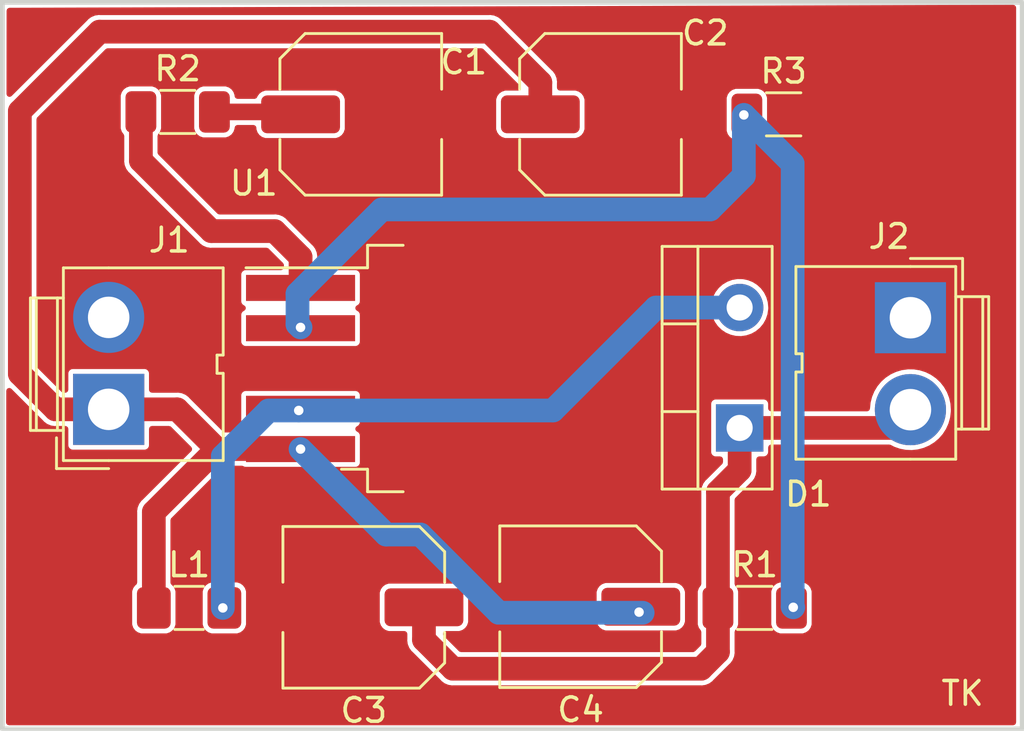
<source format=kicad_pcb>
(kicad_pcb (version 20211014) (generator pcbnew)
  (layers (0 "F.Cu" signal) (31 "B.Cu" signal) (34 "B.Paste" user) (35 "F.Paste" user) (36 "B.SilkS" user "B.Silkscreen") (37 "F.SilkS" user "F.Silkscreen") (38 "B.Mask" user) (39 "F.Mask" user) (44 "Edge.Cuts" user))
  (net 0 "")
  (net 1 "Net-(C1-Pad1)")
  (net 2 "GND")
  (net 3 "Net-(C2-Pad1)")
  (net 4 "Net-(C3-Pad1)")
  (net 5 "Net-(D1-Pad2)")
  (net 6 "Net-(R1-Pad2)")
  (net 7 "Net-(R2-Pad1)")
  (footprint "Resistor_SMD:R_1206_3216Metric_Pad1.30x1.75mm_HandSolder" (layer "F.Cu") (at 117.9068 76.581)
    (fp_text reference "R2" (at 0 -1.82) (layer "F.SilkS"))
    (fp_text value "3K")
    (fp_line (start -0.727064 0.91) (end 0.727064 0.91) (layer "F.SilkS") (width 0.12))
    (fp_line (start -0.727064 -0.91) (end 0.727064 -0.91) (layer "F.SilkS") (width 0.12))
    (pad "1" smd roundrect (at -1.55 0) (size 1.3 1.75) (layers "F.Cu" "F.Paste" "F.Mask") (roundrect_rratio 0.1923076923) (net 7 "Net-(R2-Pad1)"))
    (pad "2" smd roundrect (at 1.55 0) (size 1.3 1.75) (layers "F.Cu" "F.Paste" "F.Mask") (roundrect_rratio 0.1923076923) (net 1 "Net-(C1-Pad1)"))
  )
  (footprint "Capacitor_SMD:C_Elec_6.3x5.8" (layer "F.Cu") (at 125.7554 97.4852 180)
    (fp_text reference "C3" (at 0 -4.35) (layer "F.SilkS"))
    (fp_text value "1200uF")
    (fp_line (start 3.41 -3.41) (end 3.41 -1.06) (layer "F.SilkS") (width 0.12))
    (fp_line (start -2.345563 3.41) (end 3.41 3.41) (layer "F.SilkS") (width 0.12))
    (fp_line (start -3.41 -2.345563) (end -2.345563 -3.41) (layer "F.SilkS") (width 0.12))
    (fp_line (start -3.41 2.345563) (end -3.41 1.06) (layer "F.SilkS") (width 0.12))
    (fp_line (start -3.41 -2.345563) (end -3.41 -1.06) (layer "F.SilkS") (width 0.12))
    (fp_line (start -3.41 2.345563) (end -2.345563 3.41) (layer "F.SilkS") (width 0.12))
    (fp_line (start -2.345563 -3.41) (end 3.41 -3.41) (layer "F.SilkS") (width 0.12))
    (fp_line (start 3.41 3.41) (end 3.41 1.06) (layer "F.SilkS") (width 0.12))
    (pad "1" smd roundrect (at -2.5375 0 180) (size 3.325 1.6) (layers "F.Cu" "F.Paste" "F.Mask") (roundrect_rratio 0.15625) (net 4 "Net-(C3-Pad1)"))
    (pad "2" smd roundrect (at 2.5375 0 180) (size 3.325 1.6) (layers "F.Cu" "F.Paste" "F.Mask") (roundrect_rratio 0.15625) (net 2 "GND"))
  )
  (footprint "Connector:JWT_A3963_1x02_P3.96mm_Vertical" (layer "F.Cu") (at 114.9978 89.1311 90)
    (fp_text reference "J1" (at 7.1399 2.5534 180) (layer "F.SilkS"))
    (fp_text value "IN")
    (fp_line (start -0.89 -1.91) (end -0.89 -3.3) (layer "F.SilkS") (width 0.12))
    (fp_line (start 5.97 4.83) (end 5.97 0) (layer "F.SilkS") (width 0.12))
    (fp_line (start 1.52 4.83) (end 1.52 4.57) (layer "F.SilkS") (width 0.12))
    (fp_line (start -2.16 -1.91) (end -2.16 0) (layer "F.SilkS") (width 0.12))
    (fp_line (start -0.89 -3.3) (end 4.7 -3.3) (layer "F.SilkS") (width 0.12))
    (fp_line (start 1.52 4.83) (end -2.16 4.83) (layer "F.SilkS") (width 0.12))
    (fp_line (start 5.97 -1.91) (end 5.97 0) (layer "F.SilkS") (width 0.12))
    (fp_line (start 1.52 4.57) (end 2.29 4.57) (layer "F.SilkS") (width 0.12))
    (fp_line (start 2.29 4.57) (end 2.29 4.83) (layer "F.SilkS") (width 0.12))
    (fp_line (start -2.16 -1.91) (end 5.97 -1.91) (layer "F.SilkS") (width 0.12))
    (fp_line (start 4.7 -1.91) (end 4.7 -3.3) (layer "F.SilkS") (width 0.12))
    (fp_line (start -2.5 -2.2) (end -2.5 0) (layer "F.SilkS") (width 0.12))
    (fp_line (start -1.2 -2.2) (end -2.5 -2.2) (layer "F.SilkS") (width 0.12))
    (fp_line (start 2.29 4.83) (end 5.97 4.83) (layer "F.SilkS") (width 0.12))
    (fp_line (start -2.16 0) (end -2.16 4.83) (layer "F.SilkS") (width 0.12))
    (fp_line (start -0.89 -3.05) (end 4.7 -3.05) (layer "F.SilkS") (width 0.12))
    (fp_line (start -0.89 -2.16) (end 4.7 -2.16) (layer "F.SilkS") (width 0.12))
    (pad "1" thru_hole rect (at 0 0 90) (size 3 3) (drill 1.75) (layers *.Cu *.Mask) (net 3 "Net-(C2-Pad1)"))
    (pad "2" thru_hole circle (at 3.88 0 90) (size 3 3) (drill 1.75) (layers *.Cu *.Mask) (net 2 "GND"))
  )
  (footprint "Resistor_SMD:R_1206_3216Metric_Pad1.30x1.75mm_HandSolder" (layer "F.Cu") (at 142.24 97.5106)
    (fp_text reference "R1" (at 0 -1.82) (layer "F.SilkS"))
    (fp_text value "75.7K")
    (fp_line (start -0.727064 0.91) (end 0.727064 0.91) (layer "F.SilkS") (width 0.12))
    (fp_line (start -0.727064 -0.91) (end 0.727064 -0.91) (layer "F.SilkS") (width 0.12))
    (pad "1" smd roundrect (at -1.55 0) (size 1.3 1.75) (layers "F.Cu" "F.Paste" "F.Mask") (roundrect_rratio 0.1923076923) (net 4 "Net-(C3-Pad1)"))
    (pad "2" smd roundrect (at 1.55 0) (size 1.3 1.75) (layers "F.Cu" "F.Paste" "F.Mask") (roundrect_rratio 0.1923076923) (net 6 "Net-(R1-Pad2)"))
  )
  (footprint "Connector:JWT_A3963_1x02_P3.96mm_Vertical" (layer "F.Cu") (at 148.8066 85.2653 -90)
    (fp_text reference "J2" (at -3.4265 0.9024 180) (layer "F.SilkS"))
    (fp_text value "OUT")
    (fp_line (start 2.29 4.83) (end 5.97 4.83) (layer "F.SilkS") (width 0.12))
    (fp_line (start 5.97 -1.91) (end 5.97 0) (layer "F.SilkS") (width 0.12))
    (fp_line (start 4.7 -1.91) (end 4.7 -3.3) (layer "F.SilkS") (width 0.12))
    (fp_line (start -0.89 -3.05) (end 4.7 -3.05) (layer "F.SilkS") (width 0.12))
    (fp_line (start -2.16 0) (end -2.16 4.83) (layer "F.SilkS") (width 0.12))
    (fp_line (start 1.52 4.83) (end -2.16 4.83) (layer "F.SilkS") (width 0.12))
    (fp_line (start -0.89 -3.3) (end 4.7 -3.3) (layer "F.SilkS") (width 0.12))
    (fp_line (start -2.5 -2.2) (end -2.5 0) (layer "F.SilkS") (width 0.12))
    (fp_line (start 1.52 4.83) (end 1.52 4.57) (layer "F.SilkS") (width 0.12))
    (fp_line (start -0.89 -2.16) (end 4.7 -2.16) (layer "F.SilkS") (width 0.12))
    (fp_line (start 1.52 4.57) (end 2.29 4.57) (layer "F.SilkS") (width 0.12))
    (fp_line (start -1.2 -2.2) (end -2.5 -2.2) (layer "F.SilkS") (width 0.12))
    (fp_line (start 5.97 4.83) (end 5.97 0) (layer "F.SilkS") (width 0.12))
    (fp_line (start 2.29 4.57) (end 2.29 4.83) (layer "F.SilkS") (width 0.12))
    (fp_line (start -2.16 -1.91) (end 5.97 -1.91) (layer "F.SilkS") (width 0.12))
    (fp_line (start -2.16 -1.91) (end -2.16 0) (layer "F.SilkS") (width 0.12))
    (fp_line (start -0.89 -1.91) (end -0.89 -3.3) (layer "F.SilkS") (width 0.12))
    (pad "1" thru_hole rect (at 0 0 270) (size 3 3) (drill 1.75) (layers *.Cu *.Mask) (net 2 "GND"))
    (pad "2" thru_hole circle (at 3.88 0 270) (size 3 3) (drill 1.75) (layers *.Cu *.Mask) (net 4 "Net-(C3-Pad1)"))
  )
  (footprint "Capacitor_SMD:C_Elec_6.3x5.8" (layer "F.Cu") (at 135.7376 76.6826)
    (fp_text reference "C2" (at 4.4196 -3.429) (layer "F.SilkS"))
    (fp_text value "56uF")
    (fp_line (start -3.41 2.345563) (end -3.41 1.06) (layer "F.SilkS") (width 0.12))
    (fp_line (start 3.41 -3.41) (end 3.41 -1.06) (layer "F.SilkS") (width 0.12))
    (fp_line (start -3.41 -2.345563) (end -3.41 -1.06) (layer "F.SilkS") (width 0.12))
    (fp_line (start -3.41 -2.345563) (end -2.345563 -3.41) (layer "F.SilkS") (width 0.12))
    (fp_line (start 3.41 3.41) (end 3.41 1.06) (layer "F.SilkS") (width 0.12))
    (fp_line (start -2.345563 3.41) (end 3.41 3.41) (layer "F.SilkS") (width 0.12))
    (fp_line (start -3.41 2.345563) (end -2.345563 3.41) (layer "F.SilkS") (width 0.12))
    (fp_line (start -2.345563 -3.41) (end 3.41 -3.41) (layer "F.SilkS") (width 0.12))
    (pad "1" smd roundrect (at -2.5375 0) (size 3.325 1.6) (layers "F.Cu" "F.Paste" "F.Mask") (roundrect_rratio 0.15625) (net 3 "Net-(C2-Pad1)"))
    (pad "2" smd roundrect (at 2.5375 0) (size 3.325 1.6) (layers "F.Cu" "F.Paste" "F.Mask") (roundrect_rratio 0.15625) (net 2 "GND"))
  )
  (footprint "Resistor_SMD:R_1206_3216Metric_Pad1.30x1.75mm_HandSolder" (layer "F.Cu") (at 143.4592 76.6826)
    (fp_text reference "R3" (at 0 -1.82) (layer "F.SilkS"))
    (fp_text value "2K")
    (fp_line (start -0.727064 -0.91) (end 0.727064 -0.91) (layer "F.SilkS") (width 0.12))
    (fp_line (start -0.727064 0.91) (end 0.727064 0.91) (layer "F.SilkS") (width 0.12))
    (pad "1" smd roundrect (at -1.55 0) (size 1.3 1.75) (layers "F.Cu" "F.Paste" "F.Mask") (roundrect_rratio 0.1923076923) (net 6 "Net-(R1-Pad2)"))
    (pad "2" smd roundrect (at 1.55 0) (size 1.3 1.75) (layers "F.Cu" "F.Paste" "F.Mask") (roundrect_rratio 0.1923076923) (net 2 "GND"))
  )
  (footprint "Capacitor_SMD:C_Elec_6.3x5.8" (layer "F.Cu") (at 134.8994 97.4598 180)
    (fp_text reference "C4" (at 0 -4.35) (layer "F.SilkS"))
    (fp_text value "0.1uF")
    (fp_line (start 3.41 -3.41) (end 3.41 -1.06) (layer "F.SilkS") (width 0.12))
    (fp_line (start -3.41 2.345563) (end -3.41 1.06) (layer "F.SilkS") (width 0.12))
    (fp_line (start -2.345563 -3.41) (end 3.41 -3.41) (layer "F.SilkS") (width 0.12))
    (fp_line (start -2.345563 3.41) (end 3.41 3.41) (layer "F.SilkS") (width 0.12))
    (fp_line (start -3.41 -2.345563) (end -2.345563 -3.41) (layer "F.SilkS") (width 0.12))
    (fp_line (start 3.41 3.41) (end 3.41 1.06) (layer "F.SilkS") (width 0.12))
    (fp_line (start -3.41 -2.345563) (end -3.41 -1.06) (layer "F.SilkS") (width 0.12))
    (fp_line (start -3.41 2.345563) (end -2.345563 3.41) (layer "F.SilkS") (width 0.12))
    (pad "1" smd roundrect (at -2.5375 0 180) (size 3.325 1.6) (layers "F.Cu" "F.Paste" "F.Mask") (roundrect_rratio 0.15625) (net 3 "Net-(C2-Pad1)"))
    (pad "2" smd roundrect (at 2.5375 0 180) (size 3.325 1.6) (layers "F.Cu" "F.Paste" "F.Mask") (roundrect_rratio 0.15625) (net 2 "GND"))
  )
  (footprint "Inductor_SMD:L_1206_3216Metric_Pad1.42x1.75mm_HandSolder" (layer "F.Cu") (at 118.3894 97.5106)
    (fp_text reference "L1" (at 0 -1.82) (layer "F.SilkS"))
    (fp_text value "150uH")
    (fp_line (start -0.602064 -0.91) (end 0.602064 -0.91) (layer "F.SilkS") (width 0.12))
    (fp_line (start -0.602064 0.91) (end 0.602064 0.91) (layer "F.SilkS") (width 0.12))
    (pad "1" smd roundrect (at -1.4875 0) (size 1.425 1.75) (layers "F.Cu" "F.Paste" "F.Mask") (roundrect_rratio 0.1754392982) (net 3 "Net-(C2-Pad1)"))
    (pad "2" smd roundrect (at 1.4875 0) (size 1.425 1.75) (layers "F.Cu" "F.Paste" "F.Mask") (roundrect_rratio 0.1754392982) (net 5 "Net-(D1-Pad2)"))
  )
  (footprint "Package_TO_SOT_SMD:TO-263-5_TabPin3" (layer "F.Cu") (at 128.8642 87.4078)
    (fp_text reference "U1" (at -7.747 -7.8184) (layer "F.SilkS"))
    (fp_text value "LM2587")
    (fp_line (start -1.45 -5.2) (end -2.95 -5.2) (layer "F.SilkS") (width 0.12))
    (fp_line (start -2.95 5.2) (end -2.95 4.25) (layer "F.SilkS") (width 0.12))
    (fp_line (start -1.45 5.2) (end -2.95 5.2) (layer "F.SilkS") (width 0.12))
    (fp_line (start -2.95 -4.25) (end -8.075 -4.25) (layer "F.SilkS") (width 0.12))
    (fp_line (start -2.95 -5.2) (end -2.95 -4.25) (layer "F.SilkS") (width 0.12))
    (fp_line (start -2.95 4.25) (end -4.05 4.25) (layer "F.SilkS") (width 0.12))
    (pad "1" smd rect (at -5.775 -3.4) (size 4.6 1.1) (layers "F.Cu" "F.Paste" "F.Mask") (net 7 "Net-(R2-Pad1)"))
    (pad "2" smd rect (at -5.775 -1.7) (size 4.6 1.1) (layers "F.Cu" "F.Paste" "F.Mask") (net 6 "Net-(R1-Pad2)"))
    (pad "3" smd rect (at 3.375 0) (size 9.4 10.8) (layers "F.Cu" "F.Mask") (net 2 "GND"))
    (pad "3" smd rect (at -5.775 0) (size 4.6 1.1) (layers "F.Cu" "F.Paste" "F.Mask") (net 2 "GND"))
    (pad "4" smd rect (at -5.775 1.7) (size 4.6 1.1) (layers "F.Cu" "F.Paste" "F.Mask") (net 5 "Net-(D1-Pad2)"))
    (pad "5" smd rect (at -5.775 3.4) (size 4.6 1.1) (layers "F.Cu" "F.Paste" "F.Mask") (net 3 "Net-(C2-Pad1)"))
  )
  (footprint "Package_TO_SOT_THT:TO-220-2_Vertical" (layer "F.Cu") (at 141.605 89.916 90)
    (fp_text reference "D1" (at -2.794 2.8956 180) (layer "F.SilkS"))
    (fp_text value "BYV79-200")
    (fp_line (start -2.58 -3.27) (end 7.66 -3.27) (layer "F.SilkS") (width 0.12))
    (fp_line (start 4.391 -3.27) (end 4.391 -1.76) (layer "F.SilkS") (width 0.12))
    (fp_line (start 0.69 -3.27) (end 0.69 -1.76) (layer "F.SilkS") (width 0.12))
    (fp_line (start -2.58 -3.27) (end -2.58 1.371) (layer "F.SilkS") (width 0.12))
    (fp_line (start 7.66 -3.27) (end 7.66 1.371) (layer "F.SilkS") (width 0.12))
    (fp_line (start -2.58 1.371) (end 7.66 1.371) (layer "F.SilkS") (width 0.12))
    (fp_line (start -2.58 -1.76) (end 7.66 -1.76) (layer "F.SilkS") (width 0.12))
    (pad "1" thru_hole rect (at 0 0 90) (size 2 2) (drill 1.1) (layers *.Cu *.Mask) (net 4 "Net-(C3-Pad1)"))
    (pad "2" thru_hole oval (at 5.08 0 90) (size 2 2) (drill 1.1) (layers *.Cu *.Mask) (net 5 "Net-(D1-Pad2)"))
  )
  (footprint "Capacitor_SMD:C_Elec_6.3x5.8" (layer "F.Cu") (at 125.6284 76.6826)
    (fp_text reference "C1" (at 4.3434 -2.2098) (layer "F.SilkS"))
    (fp_text value "1.5uF")
    (fp_line (start -3.41 2.345563) (end -2.345563 3.41) (layer "F.SilkS") (width 0.12))
    (fp_line (start -3.41 -2.345563) (end -3.41 -1.06) (layer "F.SilkS") (width 0.12))
    (fp_line (start 3.41 -3.41) (end 3.41 -1.06) (layer "F.SilkS") (width 0.12))
    (fp_line (start -2.345563 -3.41) (end 3.41 -3.41) (layer "F.SilkS") (width 0.12))
    (fp_line (start 3.41 3.41) (end 3.41 1.06) (layer "F.SilkS") (width 0.12))
    (fp_line (start -2.345563 3.41) (end 3.41 3.41) (layer "F.SilkS") (width 0.12))
    (fp_line (start -3.41 2.345563) (end -3.41 1.06) (layer "F.SilkS") (width 0.12))
    (fp_line (start -3.41 -2.345563) (end -2.345563 -3.41) (layer "F.SilkS") (width 0.12))
    (pad "1" smd roundrect (at -2.5375 0) (size 3.325 1.6) (layers "F.Cu" "F.Paste" "F.Mask") (roundrect_rratio 0.15625) (net 1 "Net-(C1-Pad1)"))
    (pad "2" smd roundrect (at 2.5375 0) (size 3.325 1.6) (layers "F.Cu" "F.Paste" "F.Mask") (roundrect_rratio 0.15625) (net 2 "GND"))
  )
  (gr_rect (start 110.5154 71.9582) (end 153.5176 102.616) (layer "Edge.Cuts") (width 0.2) (fill none))
  (gr_text "TK" (at 151.003 101.1174) (layer "F.SilkS") (effects (font (size 1 1))))
  (segment (start 119.4568 76.581) (end 122.9893 76.581) (width 0.7) (layer "F.Cu") (net 1))
  (segment (start 122.9893 76.581) (end 123.0909 76.6826) (width 0.7) (layer "F.Cu") (net 1))
  (segment (start 117.9997 85.2511) (end 114.9978 85.2511) (width 1) (layer "F.Cu") (net 2))
  (segment (start 132.207 94.5896) (end 132.2392 94.6218) (width 1) (layer "F.Cu") (net 2))
  (segment (start 145.0092 74.829) (end 145.0092 76.6826) (width 1) (layer "F.Cu") (net 2))
  (segment (start 123.0892 87.4078) (end 132.2392 87.4078) (width 1) (layer "F.Cu") (net 2))
  (segment (start 144.1704 73.9902) (end 145.0092 74.829) (width 1) (layer "F.Cu") (net 2))
  (segment (start 124.968 94.5896) (end 132.207 94.5896) (width 1) (layer "F.Cu") (net 2))
  (segment (start 118.1608 85.2932) (end 117.983 85.2932) (width 1) (layer "F.Cu") (net 2))
  (segment (start 145.0092 76.6826) (end 146.7358 76.6826) (width 1) (layer "F.Cu") (net 2))
  (segment (start 132.2392 94.6218) (end 132.2392 97.3371) (width 1) (layer "F.Cu") (net 2))
  (segment (start 132.2392 97.3371) (end 132.3619 97.4598) (width 1) (layer "F.Cu") (net 2))
  (segment (start 123.0892 87.4078) (end 120.2754 87.4078) (width 1) (layer "F.Cu") (net 2))
  (segment (start 138.2751 76.6826) (end 135.2457 79.712) (width 1) (layer "F.Cu") (net 2))
  (segment (start 123.2179 97.4852) (end 123.2179 96.3397) (width 1) (layer "F.Cu") (net 2))
  (segment (start 135.2457 79.712) (end 132.2392 79.712) (width 1) (layer "F.Cu") (net 2))
  (segment (start 138.2751 75.4659) (end 139.7508 73.9902) (width 1) (layer "F.Cu") (net 2))
  (segment (start 132.2392 87.4078) (end 132.2392 94.6218) (width 1) (layer "F.Cu") (net 2))
  (segment (start 123.2179 96.3397) (end 124.968 94.5896) (width 1) (layer "F.Cu") (net 2))
  (segment (start 138.2751 76.6826) (end 138.2751 75.4659) (width 1) (layer "F.Cu") (net 2))
  (segment (start 129.2098 76.6826) (end 132.2392 79.712) (width 1) (layer "F.Cu") (net 2))
  (segment (start 146.7358 76.6826) (end 148.8066 78.7534) (width 1) (layer "F.Cu") (net 2))
  (segment (start 139.7508 73.9902) (end 144.1704 73.9902) (width 1) (layer "F.Cu") (net 2))
  (segment (start 132.2392 79.712) (end 132.2392 87.4078) (width 1) (layer "F.Cu") (net 2))
  (segment (start 148.8066 78.7534) (end 148.8066 85.2653) (width 1) (layer "F.Cu") (net 2))
  (segment (start 120.2754 87.4078) (end 118.1608 85.2932) (width 1) (layer "F.Cu") (net 2))
  (segment (start 128.1659 76.6826) (end 129.2098 76.6826) (width 1) (layer "F.Cu") (net 2))
  (segment (start 116.9019 97.5106) (end 116.9019 93.4665) (width 1) (layer "F.Cu") (net 3))
  (segment (start 119.5606 90.8078) (end 117.8839 89.1311) (width 1) (layer "F.Cu") (net 3))
  (segment (start 114.9978 89.1311) (end 112.7531 89.1311) (width 1) (layer "F.Cu") (net 3))
  (segment (start 131.0562 73.195) (end 133.2001 75.3389) (width 1) (layer "F.Cu") (net 3))
  (segment (start 116.9019 93.4665) (end 119.5606 90.8078) (width 1) (layer "F.Cu") (net 3))
  (segment (start 133.2001 75.3389) (end 133.2001 76.6826) (width 1) (layer "F.Cu") (net 3))
  (segment (start 123.0892 90.8078) (end 119.5606 90.8078) (width 1) (layer "F.Cu") (net 3))
  (segment (start 112.7531 89.1311) (end 111.252 87.63) (width 1) (layer "F.Cu") (net 3))
  (segment (start 117.8839 89.1311) (end 114.9978 89.1311) (width 1) (layer "F.Cu") (net 3))
  (segment (start 111.252 76.5556) (end 114.6126 73.195) (width 1) (layer "F.Cu") (net 3))
  (segment (start 111.252 87.63) (end 111.252 76.5556) (width 1) (layer "F.Cu") (net 3))
  (segment (start 114.6126 73.195) (end 131.0562 73.195) (width 1) (layer "F.Cu") (net 3))
  (via (at 137.3632 97.6884) (size 0.8) (drill 0.4) (layers "F.Cu" "B.Cu") (net 3))
  (via (at 123.0892 90.8078) (size 0.8) (drill 0.4) (layers "F.Cu" "B.Cu") (net 3))
  (segment (start 123.0892 90.8078) (end 126.6952 94.4138) (width 1) (layer "B.Cu") (net 3))
  (segment (start 126.6952 94.4138) (end 128.145 94.4138) (width 1) (layer "B.Cu") (net 3))
  (segment (start 131.445 97.7138) (end 137.5156 97.7138) (width 1) (layer "B.Cu") (net 3))
  (segment (start 128.145 94.4138) (end 131.445 97.7138) (width 1) (layer "B.Cu") (net 3))
  (segment (start 141.605 89.916) (end 141.605 91.694) (width 1) (layer "F.Cu") (net 4))
  (segment (start 148.0359 89.916) (end 148.8066 89.1453) (width 1) (layer "F.Cu") (net 4))
  (segment (start 128.2929 98.8543) (end 129.5146 100.076) (width 1) (layer "F.Cu") (net 4))
  (segment (start 141.605 91.694) (end 140.69 92.609) (width 1) (layer "F.Cu") (net 4))
  (segment (start 141.605 89.916) (end 148.0359 89.916) (width 1) (layer "F.Cu") (net 4))
  (segment (start 139.9794 100.076) (end 140.69 99.3654) (width 1) (layer "F.Cu") (net 4))
  (segment (start 140.69 92.609) (end 140.69 97.5106) (width 1) (layer "F.Cu") (net 4))
  (segment (start 128.2929 97.4852) (end 128.2929 98.8543) (width 1) (layer "F.Cu") (net 4))
  (segment (start 129.5146 100.076) (end 139.9794 100.076) (width 1) (layer "F.Cu") (net 4))
  (segment (start 140.69 99.3654) (end 140.69 97.5106) (width 1) (layer "F.Cu") (net 4))
  (via (at 123.0122 89.1794) (size 0.8) (drill 0.4) (layers "F.Cu" "B.Cu") (net 5))
  (via (at 119.8118 97.5106) (size 0.8) (drill 0.4) (layers "F.Cu" "B.Cu") (net 5))
  (segment (start 138.0744 84.836) (end 141.605 84.836) (width 1) (layer "B.Cu") (net 5))
  (segment (start 133.731 89.1794) (end 138.0744 84.836) (width 1) (layer "B.Cu") (net 5))
  (segment (start 119.8118 91.1098) (end 121.7422 89.1794) (width 1) (layer "B.Cu") (net 5))
  (segment (start 121.7422 89.1794) (end 123.0122 89.1794) (width 1) (layer "B.Cu") (net 5))
  (segment (start 119.8118 97.5106) (end 119.8118 91.1098) (width 1) (layer "B.Cu") (net 5))
  (segment (start 123.0122 89.1794) (end 133.731 89.1794) (width 1) (layer "B.Cu") (net 5))
  (via (at 123.0884 85.6742) (size 0.8) (drill 0.4) (layers "F.Cu" "B.Cu") (net 6))
  (via (at 143.8656 97.4852) (size 0.8) (drill 0.4) (layers "F.Cu" "B.Cu") (net 6))
  (via (at 141.7828 76.708) (size 0.8) (drill 0.4) (layers "F.Cu" "B.Cu") (net 6))
  (segment (start 141.7828 76.708) (end 143.8402 78.7654) (width 1) (layer "B.Cu") (net 6))
  (segment (start 141.7828 76.708) (end 141.7828 79.2734) (width 1) (layer "B.Cu") (net 6))
  (segment (start 122.9614 84.2518) (end 122.9614 85.5472) (width 1) (layer "B.Cu") (net 6))
  (segment (start 143.8402 78.7654) (end 143.8402 97.4598) (width 1) (layer "B.Cu") (net 6))
  (segment (start 126.5174 80.6958) (end 122.9614 84.2518) (width 1) (layer "B.Cu") (net 6))
  (segment (start 143.8402 97.4598) (end 143.8656 97.4852) (width 1) (layer "B.Cu") (net 6))
  (segment (start 122.9614 85.5472) (end 123.0884 85.6742) (width 1) (layer "B.Cu") (net 6))
  (segment (start 141.7828 79.2734) (end 140.3604 80.6958) (width 1) (layer "B.Cu") (net 6))
  (segment (start 140.3604 80.6958) (end 126.5174 80.6958) (width 1) (layer "B.Cu") (net 6))
  (segment (start 119.3292 81.6102) (end 121.9962 81.6102) (width 1) (layer "F.Cu") (net 7))
  (segment (start 123.0892 82.7032) (end 123.0892 84.0078) (width 1) (layer "F.Cu") (net 7))
  (segment (start 116.3568 76.581) (end 116.3568 78.6378) (width 1) (layer "F.Cu") (net 7))
  (segment (start 121.9962 81.6102) (end 123.0892 82.7032) (width 1) (layer "F.Cu") (net 7))
  (segment (start 116.3568 78.6378) (end 119.3292 81.6102) (width 1) (layer "F.Cu") (net 7))
  (zone (net 2) (net_name "GND") (layer "F.Cu") (connect_pads yes (clearance 0)) (min_thickness 0.254) (fill yes (thermal_gap 0.508) (thermal_bridge_width 0.508))
    (polygon (pts (xy 153.2636 102.4636) (xy 110.6678 102.4636) (xy 110.6932 72.1868) (xy 110.6678 72.1868) (xy 153.2636 72.0598)))
  )
)
</source>
